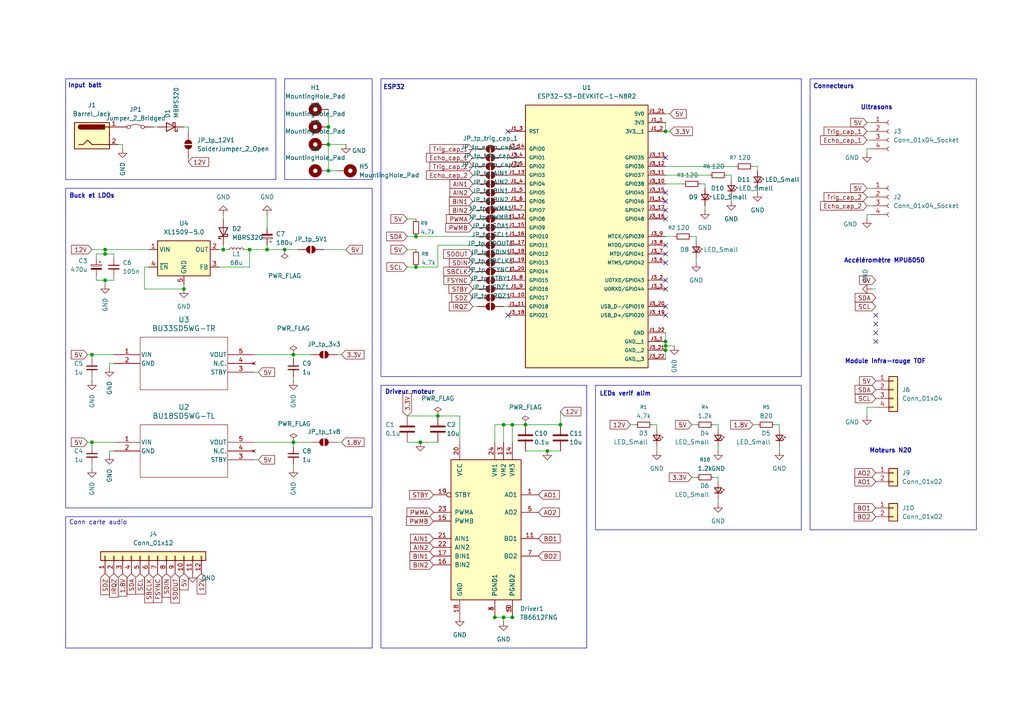
<source format=kicad_sch>
(kicad_sch (version 20250114) (generator "eeschema") (generator_version "9.0")
  (paper "A4")
  (rectangle (start 19.05 22.86) (end 80.01 52.07))
  (rectangle (start 19.05 54.61) (end 107.95 147.32))
  (rectangle (start 110.49 22.86) (end 232.41 109.22))
  (rectangle (start 19.05 149.86) (end 107.95 187.96))
  (rectangle (start 110.49 111.76) (end 170.18 187.96))
  (rectangle (start 82.55 22.86) (end 107.95 52.07))
  (rectangle (start 234.95 22.86) (end 283.21 153.67))
  (rectangle (start 172.72 111.76) (end 232.41 153.67))
  (text "Buck et LDOs" (at 26.67 56.896 0) (effects (font (size 1.27 1.27) (thickness 0.254) (bold yes))))
  (text "LEDs verif alim" (at 181.356 114.3 0) (effects (font (size 1.27 1.27) (thickness 0.254) (bold yes))))
  (text "Input batt" (at 24.638 24.892 0) (effects (font (size 1.27 1.27) (thickness 0.254) (bold yes))))
  (text "Accéléromètre MPU6050" (at 256.54 75.692 0) (effects (font (size 1.27 1.27) (thickness 0.254) (bold yes))))
  (text "Moteurs N20\n\n" (at 258.318 131.826 0) (effects (font (size 1.27 1.27) (thickness 0.254) (bold yes))))
  (text "Module infra-rouge TOF\n\n" (at 256.794 105.918 0) (effects (font (size 1.27 1.27) (thickness 0.254) (bold yes))))
  (text "Ultrasons" (at 254.254 31.242 0) (effects (font (size 1.27 1.27) (thickness 0.254) (bold yes))))
  (text "ESP32" (at 114.3 25.4 0) (effects (font (size 1.27 1.27) (thickness 0.254) (bold yes))))
  (text "Connecteurs" (at 241.808 25.146 0) (effects (font (size 1.27 1.27) (thickness 0.254) (bold yes))))
  (text "Conn carte audio" (at 28.448 151.638 0) (effects (font (size 1.27 1.27))))
  (text "Driveur moteur" (at 118.872 113.792 0) (effects (font (size 1.27 1.27) (thickness 0.254) (bold yes))))
  (junction (at 64.77 72.39))
  (junction (at 26.67 102.87))
  (junction (at 53.34 83.82))
  (junction (at 95.25 41.91))
  (junction (at 77.47 72.39))
  (junction (at 193.04 38.1))
  (junction (at 146.05 123.19))
  (junction (at 120.65 77.47))
  (junction (at 30.48 72.39))
  (junction (at 121.92 128.27))
  (junction (at 193.04 99.06))
  (junction (at 95.25 36.83))
  (junction (at 158.75 130.81))
  (junction (at 152.4 123.19))
  (junction (at 120.65 68.58))
  (junction (at 72.39 72.39))
  (junction (at 85.09 102.87))
  (junction (at 95.25 49.53))
  (junction (at 82.55 72.39))
  (junction (at 193.04 100.33))
  (junction (at 85.09 128.27))
  (junction (at 143.51 179.07))
  (junction (at 193.04 101.6))
  (junction (at 26.67 128.27))
  (junction (at 148.59 179.07))
  (junction (at 30.48 73.66))
  (junction (at 162.56 123.19))
  (junction (at 148.59 123.19))
  (junction (at 30.48 81.28))
  (junction (at 127 120.65))
  (junction (at 146.05 179.07))
  (no_connect (at 193.04 76.2))
  (no_connect (at 193.04 63.5))
  (no_connect (at 193.04 83.82))
  (no_connect (at 193.04 88.9))
  (no_connect (at 147.32 38.1))
  (no_connect (at 193.04 45.72))
  (no_connect (at 193.04 55.88))
  (no_connect (at 193.04 73.66))
  (no_connect (at 193.04 58.42))
  (no_connect (at 254 91.44))
  (no_connect (at 193.04 91.44))
  (no_connect (at 193.04 71.12))
  (no_connect (at 147.32 91.44))
  (no_connect (at 254 99.06))
  (no_connect (at 254 96.52))
  (no_connect (at 254 93.98))
  (no_connect (at 193.04 81.28))
  (no_connect (at 193.04 60.96))
  (wire (pts (xy 193.04 38.1) (xy 194.31 38.1)))
  (wire (pts (xy 218.44 123.19) (xy 219.71 123.19)))
  (wire (pts (xy 85.09 128.27) (xy 85.09 129.54)))
  (wire (pts (xy 143.51 177.8) (xy 143.51 179.07)))
  (wire (pts (xy 97.79 102.87) (xy 99.06 102.87)))
  (wire (pts (xy 133.35 120.65) (xy 133.35 128.27)))
  (wire (pts (xy 204.47 59.69) (xy 204.47 60.96)))
  (wire (pts (xy 71.12 72.39) (xy 72.39 72.39)))
  (wire (pts (xy 146.05 123.19) (xy 146.05 128.27)))
  (wire (pts (xy 212.09 52.07) (xy 212.09 50.8)))
  (wire (pts (xy 251.46 40.64) (xy 252.73 40.64)))
  (wire (pts (xy 93.98 72.39) (xy 100.33 72.39)))
  (wire (pts (xy 137.16 53.34) (xy 138.43 53.34)))
  (wire (pts (xy 30.48 72.39) (xy 30.48 73.66)))
  (wire (pts (xy 208.28 138.43) (xy 207.01 138.43)))
  (wire (pts (xy 251.46 54.61) (xy 252.73 54.61)))
  (wire (pts (xy 152.4 123.19) (xy 162.56 123.19)))
  (wire (pts (xy 73.66 133.35) (xy 74.93 133.35)))
  (wire (pts (xy 193.04 101.6) (xy 193.04 100.33)))
  (wire (pts (xy 137.16 43.18) (xy 138.43 43.18)))
  (wire (pts (xy 77.47 62.23) (xy 77.47 66.04)))
  (wire (pts (xy 146.05 58.42) (xy 147.32 58.42)))
  (wire (pts (xy 72.39 72.39) (xy 72.39 77.47)))
  (wire (pts (xy 31.75 132.08) (xy 31.75 130.81)))
  (wire (pts (xy 118.11 120.65) (xy 127 120.65)))
  (wire (pts (xy 146.05 88.9) (xy 147.32 88.9)))
  (wire (pts (xy 35.56 43.18) (xy 35.56 41.91)))
  (wire (pts (xy 162.56 119.38) (xy 162.56 123.19)))
  (wire (pts (xy 146.05 55.88) (xy 147.32 55.88)))
  (wire (pts (xy 143.51 123.19) (xy 143.51 128.27)))
  (wire (pts (xy 33.02 80.01) (xy 33.02 81.28)))
  (wire (pts (xy 251.46 59.69) (xy 252.73 59.69)))
  (wire (pts (xy 118.11 63.5) (xy 120.65 63.5)))
  (wire (pts (xy 219.71 48.26) (xy 218.44 48.26)))
  (wire (pts (xy 64.77 72.39) (xy 66.04 72.39)))
  (wire (pts (xy 143.51 123.19) (xy 146.05 123.19)))
  (wire (pts (xy 30.48 73.66) (xy 33.02 73.66)))
  (wire (pts (xy 127 77.47) (xy 127 71.12)))
  (wire (pts (xy 64.77 62.23) (xy 64.77 63.5)))
  (wire (pts (xy 54.61 36.83) (xy 54.61 38.1)))
  (wire (pts (xy 208.28 124.46) (xy 208.28 123.19)))
  (wire (pts (xy 146.05 45.72) (xy 147.32 45.72)))
  (wire (pts (xy 118.11 72.39) (xy 120.65 72.39)))
  (wire (pts (xy 204.47 53.34) (xy 203.2 53.34)))
  (wire (pts (xy 53.34 82.55) (xy 53.34 83.82)))
  (wire (pts (xy 193.04 100.33) (xy 195.58 100.33)))
  (wire (pts (xy 190.5 123.19) (xy 189.23 123.19)))
  (wire (pts (xy 137.16 50.8) (xy 138.43 50.8)))
  (wire (pts (xy 193.04 50.8) (xy 205.74 50.8)))
  (wire (pts (xy 53.34 36.83) (xy 54.61 36.83)))
  (wire (pts (xy 137.16 48.26) (xy 138.43 48.26)))
  (wire (pts (xy 137.16 73.66) (xy 138.43 73.66)))
  (wire (pts (xy 44.45 36.83) (xy 45.72 36.83)))
  (wire (pts (xy 251.46 62.23) (xy 252.73 62.23)))
  (wire (pts (xy 41.91 77.47) (xy 43.18 77.47)))
  (wire (pts (xy 26.67 134.62) (xy 26.67 135.89)))
  (wire (pts (xy 25.4 102.87) (xy 26.67 102.87)))
  (wire (pts (xy 85.09 109.22) (xy 85.09 110.49)))
  (wire (pts (xy 146.05 83.82) (xy 147.32 83.82)))
  (wire (pts (xy 226.06 124.46) (xy 226.06 123.19)))
  (wire (pts (xy 41.91 83.82) (xy 53.34 83.82)))
  (wire (pts (xy 137.16 81.28) (xy 138.43 81.28)))
  (wire (pts (xy 137.16 63.5) (xy 138.43 63.5)))
  (wire (pts (xy 26.67 128.27) (xy 26.67 129.54)))
  (wire (pts (xy 33.02 128.27) (xy 26.67 128.27)))
  (wire (pts (xy 27.94 73.66) (xy 30.48 73.66)))
  (wire (pts (xy 85.09 102.87) (xy 85.09 104.14)))
  (wire (pts (xy 137.16 78.74) (xy 138.43 78.74)))
  (wire (pts (xy 137.16 86.36) (xy 138.43 86.36)))
  (wire (pts (xy 30.48 81.28) (xy 30.48 82.55)))
  (wire (pts (xy 208.28 129.54) (xy 208.28 130.81)))
  (wire (pts (xy 95.25 41.91) (xy 95.25 49.53)))
  (wire (pts (xy 31.75 130.81) (xy 33.02 130.81)))
  (wire (pts (xy 208.28 123.19) (xy 207.01 123.19)))
  (wire (pts (xy 219.71 54.61) (xy 219.71 55.88)))
  (wire (pts (xy 85.09 134.62) (xy 85.09 135.89)))
  (wire (pts (xy 200.66 138.43) (xy 201.93 138.43)))
  (wire (pts (xy 146.05 53.34) (xy 147.32 53.34)))
  (wire (pts (xy 193.04 96.52) (xy 193.04 99.06)))
  (wire (pts (xy 146.05 68.58) (xy 147.32 68.58)))
  (wire (pts (xy 127 71.12) (xy 138.43 71.12)))
  (wire (pts (xy 193.04 48.26) (xy 213.36 48.26)))
  (wire (pts (xy 43.18 72.39) (xy 30.48 72.39)))
  (wire (pts (xy 26.67 72.39) (xy 30.48 72.39)))
  (wire (pts (xy 63.5 72.39) (xy 64.77 72.39)))
  (wire (pts (xy 200.66 123.19) (xy 201.93 123.19)))
  (wire (pts (xy 148.59 177.8) (xy 148.59 179.07)))
  (wire (pts (xy 201.93 68.58) (xy 200.66 68.58)))
  (wire (pts (xy 54.61 45.72) (xy 54.61 46.99)))
  (wire (pts (xy 137.16 76.2) (xy 138.43 76.2)))
  (wire (pts (xy 251.46 120.65) (xy 251.46 118.11)))
  (wire (pts (xy 219.71 49.53) (xy 219.71 48.26)))
  (wire (pts (xy 146.05 76.2) (xy 147.32 76.2)))
  (wire (pts (xy 97.79 128.27) (xy 99.06 128.27)))
  (wire (pts (xy 152.4 130.81) (xy 158.75 130.81)))
  (wire (pts (xy 146.05 86.36) (xy 147.32 86.36)))
  (wire (pts (xy 77.47 72.39) (xy 82.55 72.39)))
  (wire (pts (xy 193.04 35.56) (xy 193.04 38.1)))
  (wire (pts (xy 146.05 123.19) (xy 148.59 123.19)))
  (wire (pts (xy 190.5 129.54) (xy 190.5 130.81)))
  (wire (pts (xy 137.16 58.42) (xy 138.43 58.42)))
  (wire (pts (xy 26.67 109.22) (xy 26.67 110.49)))
  (wire (pts (xy 137.16 60.96) (xy 138.43 60.96)))
  (wire (pts (xy 73.66 107.95) (xy 74.93 107.95)))
  (wire (pts (xy 251.46 63.5) (xy 251.46 62.23)))
  (wire (pts (xy 204.47 54.61) (xy 204.47 53.34)))
  (wire (pts (xy 77.47 72.39) (xy 72.39 72.39)))
  (wire (pts (xy 193.04 53.34) (xy 198.12 53.34)))
  (wire (pts (xy 251.46 118.11) (xy 254 118.11)))
  (wire (pts (xy 212.09 57.15) (xy 212.09 58.42)))
  (wire (pts (xy 208.28 139.7) (xy 208.28 138.43)))
  (wire (pts (xy 146.05 81.28) (xy 147.32 81.28)))
  (wire (pts (xy 118.11 68.58) (xy 120.65 68.58)))
  (wire (pts (xy 95.25 49.53) (xy 97.79 49.53)))
  (wire (pts (xy 193.04 101.6) (xy 193.04 104.14)))
  (wire (pts (xy 193.04 68.58) (xy 195.58 68.58)))
  (wire (pts (xy 64.77 71.12) (xy 64.77 72.39)))
  (wire (pts (xy 85.09 128.27) (xy 90.17 128.27)))
  (wire (pts (xy 212.09 50.8) (xy 210.82 50.8)))
  (wire (pts (xy 25.4 128.27) (xy 26.67 128.27)))
  (wire (pts (xy 33.02 73.66) (xy 33.02 74.93)))
  (wire (pts (xy 120.65 68.58) (xy 138.43 68.58)))
  (wire (pts (xy 137.16 88.9) (xy 138.43 88.9)))
  (wire (pts (xy 251.46 57.15) (xy 252.73 57.15)))
  (wire (pts (xy 190.5 124.46) (xy 190.5 123.19)))
  (wire (pts (xy 146.05 78.74) (xy 147.32 78.74)))
  (wire (pts (xy 146.05 71.12) (xy 147.32 71.12)))
  (wire (pts (xy 146.05 50.8) (xy 147.32 50.8)))
  (wire (pts (xy 120.65 77.47) (xy 127 77.47)))
  (wire (pts (xy 137.16 66.04) (xy 138.43 66.04)))
  (wire (pts (xy 146.05 48.26) (xy 147.32 48.26)))
  (wire (pts (xy 143.51 179.07) (xy 146.05 179.07)))
  (wire (pts (xy 148.59 123.19) (xy 152.4 123.19)))
  (wire (pts (xy 133.35 120.65) (xy 127 120.65)))
  (wire (pts (xy 85.09 102.87) (xy 90.17 102.87)))
  (wire (pts (xy 27.94 74.93) (xy 27.94 73.66)))
  (wire (pts (xy 31.75 106.68) (xy 31.75 105.41)))
  (wire (pts (xy 251.46 44.45) (xy 251.46 43.18)))
  (wire (pts (xy 30.48 81.28) (xy 33.02 81.28)))
  (wire (pts (xy 226.06 129.54) (xy 226.06 130.81)))
  (wire (pts (xy 31.75 105.41) (xy 33.02 105.41)))
  (wire (pts (xy 148.59 123.19) (xy 148.59 128.27)))
  (wire (pts (xy 208.28 144.78) (xy 208.28 146.05)))
  (wire (pts (xy 33.02 102.87) (xy 26.67 102.87)))
  (wire (pts (xy 251.46 38.1) (xy 252.73 38.1)))
  (wire (pts (xy 251.46 43.18) (xy 252.73 43.18)))
  (wire (pts (xy 35.56 41.91) (xy 34.29 41.91)))
  (wire (pts (xy 146.05 43.18) (xy 147.32 43.18)))
  (wire (pts (xy 95.25 31.75) (xy 95.25 36.83)))
  (wire (pts (xy 146.05 60.96) (xy 147.32 60.96)))
  (wire (pts (xy 182.88 123.19) (xy 184.15 123.19)))
  (wire (pts (xy 226.06 123.19) (xy 224.79 123.19)))
  (wire (pts (xy 201.93 69.85) (xy 201.93 68.58)))
  (wire (pts (xy 137.16 45.72) (xy 138.43 45.72)))
  (wire (pts (xy 146.05 179.07) (xy 148.59 179.07)))
  (wire (pts (xy 73.66 128.27) (xy 85.09 128.27)))
  (wire (pts (xy 26.67 102.87) (xy 26.67 104.14)))
  (wire (pts (xy 82.55 72.39) (xy 86.36 72.39)))
  (wire (pts (xy 118.11 77.47) (xy 120.65 77.47)))
  (wire (pts (xy 146.05 73.66) (xy 147.32 73.66)))
  (wire (pts (xy 95.25 36.83) (xy 95.25 41.91)))
  (wire (pts (xy 137.16 55.88) (xy 138.43 55.88)))
  (wire (pts (xy 201.93 74.93) (xy 201.93 76.2)))
  (wire (pts (xy 118.11 128.27) (xy 121.92 128.27)))
  (wire (pts (xy 77.47 71.12) (xy 77.47 72.39)))
  (wire (pts (xy 158.75 130.81) (xy 162.56 130.81)))
  (wire (pts (xy 27.94 80.01) (xy 27.94 81.28)))
  (wire (pts (xy 73.66 102.87) (xy 85.09 102.87)))
  (wire (pts (xy 251.46 35.56) (xy 252.73 35.56)))
  (wire (pts (xy 95.25 41.91) (xy 100.33 41.91)))
  (wire (pts (xy 27.94 81.28) (xy 30.48 81.28)))
  (wire (pts (xy 146.05 63.5) (xy 147.32 63.5)))
  (wire (pts (xy 193.04 100.33) (xy 193.04 99.06)))
  (wire (pts (xy 193.04 33.02) (xy 194.31 33.02)))
  (wire (pts (xy 63.5 77.47) (xy 72.39 77.47)))
  (wire (pts (xy 121.92 128.27) (xy 127 128.27)))
  (wire (pts (xy 137.16 83.82) (xy 138.43 83.82)))
  (wire (pts (xy 41.91 77.47) (xy 41.91 83.82)))
  (wire (pts (xy 146.05 66.04) (xy 147.32 66.04)))
  (wire (pts (xy 252.73 83.82) (xy 254 83.82)))
  (wire (pts (xy 146.05 180.34) (xy 146.05 179.07)))
  (global_label "AIN1" (shape input) (at 137.16 53.34 180) (effects (font (thickness 0.1588))) (property "Intersheetrefs" "${INTERSHEET_REFS}" (effects (hide yes))))
  (global_label "Echo_cap_2" (shape input) (at 137.16 50.8 180) (property "Intersheetrefs" "${INTERSHEET_REFS}" (effects (hide yes))))
  (global_label "Trig_cap_2" (shape input) (at 251.46 57.15 180) (property "Intersheetrefs" "${INTERSHEET_REFS}" (effects (hide yes))))
  (global_label "SDA" (shape input) (at 118.11 68.58 180) (property "Intersheetrefs" "${INTERSHEET_REFS}" (effects (hide yes))))
  (global_label "PWMA" (shape input) (at 125.73 148.59 180) (effects (font (thickness 0.1588))) (property "Intersheetrefs" "${INTERSHEET_REFS}" (effects (hide yes))))
  (global_label "5V" (shape input) (at 200.66 123.19 180) (property "Intersheetrefs" "${INTERSHEET_REFS}" (effects (hide yes))))
  (global_label "FSYNC" (shape input) (at 45.72 166.37 270) (property "Intersheetrefs" "${INTERSHEET_REFS}" (effects (hide yes))))
  (global_label "FSYNC" (shape input) (at 137.16 81.28 180) (property "Intersheetrefs" "${INTERSHEET_REFS}" (effects (hide yes))))
  (global_label "12V" (shape input) (at 54.61 46.99 0) (property "Intersheetrefs" "${INTERSHEET_REFS}" (effects (hide yes))))
  (global_label "SBCLK" (shape input) (at 137.16 78.74 180) (property "Intersheetrefs" "${INTERSHEET_REFS}" (effects (hide yes))))
  (global_label "AO2" (shape input) (at 254 137.16 180) (effects (font (thickness 0.1588))) (property "Intersheetrefs" "${INTERSHEET_REFS}" (effects (hide yes))))
  (global_label "5V" (shape input) (at 194.31 33.02 0) (property "Intersheetrefs" "${INTERSHEET_REFS}" (effects (hide yes))))
  (global_label "SCL" (shape input) (at 254 88.9 180) (property "Intersheetrefs" "${INTERSHEET_REFS}" (effects (hide yes))))
  (global_label "SCL" (shape input) (at 118.11 77.47 180) (property "Intersheetrefs" "${INTERSHEET_REFS}" (effects (hide yes))))
  (global_label "AIN2" (shape input) (at 125.73 158.75 180) (effects (font (thickness 0.1588))) (property "Intersheetrefs" "${INTERSHEET_REFS}" (effects (hide yes))))
  (global_label "BO2" (shape input) (at 254 149.86 180) (effects (font (thickness 0.1588))) (property "Intersheetrefs" "${INTERSHEET_REFS}" (effects (hide yes))))
  (global_label "1.8V" (shape input) (at 35.56 166.37 270) (property "Intersheetrefs" "${INTERSHEET_REFS}" (effects (hide yes))))
  (global_label "STBY" (shape input) (at 125.73 143.51 180) (effects (font (thickness 0.1588))) (property "Intersheetrefs" "${INTERSHEET_REFS}" (effects (hide yes))))
  (global_label "PWMB" (shape input) (at 137.16 66.04 180) (effects (font (thickness 0.1588))) (property "Intersheetrefs" "${INTERSHEET_REFS}" (effects (hide yes))))
  (global_label "AIN1" (shape input) (at 125.73 156.21 180) (effects (font (thickness 0.1588))) (property "Intersheetrefs" "${INTERSHEET_REFS}" (effects (hide yes))))
  (global_label "5V" (shape input) (at 74.93 133.35 0) (property "Intersheetrefs" "${INTERSHEET_REFS}" (effects (hide yes))))
  (global_label "Trig_cap_1" (shape input) (at 137.16 43.18 180) (property "Intersheetrefs" "${INTERSHEET_REFS}" (effects (hide yes))))
  (global_label "SDOUT" (shape input) (at 50.8 166.37 270) (property "Intersheetrefs" "${INTERSHEET_REFS}" (effects (hide yes))))
  (global_label "5V" (shape input) (at 100.33 72.39 0) (property "Intersheetrefs" "${INTERSHEET_REFS}" (effects (hide yes))))
  (global_label "5V" (shape input) (at 25.4 128.27 180) (property "Intersheetrefs" "${INTERSHEET_REFS}" (effects (hide yes))))
  (global_label "AIN2" (shape input) (at 137.16 55.88 180) (effects (font (thickness 0.1588))) (property "Intersheetrefs" "${INTERSHEET_REFS}" (effects (hide yes))))
  (global_label "12V" (shape input) (at 26.67 72.39 180) (property "Intersheetrefs" "${INTERSHEET_REFS}" (effects (hide yes))))
  (global_label "BIN2" (shape input) (at 125.73 163.83 180) (effects (font (thickness 0.1588))) (property "Intersheetrefs" "${INTERSHEET_REFS}" (effects (hide yes))))
  (global_label "SDIN" (shape input) (at 48.26 166.37 270) (property "Intersheetrefs" "${INTERSHEET_REFS}" (effects (hide yes))))
  (global_label "SDA" (shape input) (at 254 113.03 180) (property "Intersheetrefs" "${INTERSHEET_REFS}" (effects (hide yes))))
  (global_label "5V" (shape input) (at 254 81.28 180) (property "Intersheetrefs" "${INTERSHEET_REFS}" (effects (hide yes))))
  (global_label "5V" (shape input) (at 74.93 107.95 0) (property "Intersheetrefs" "${INTERSHEET_REFS}" (effects (hide yes))))
  (global_label "BIN1" (shape input) (at 137.16 58.42 180) (effects (font (thickness 0.1588))) (property "Intersheetrefs" "${INTERSHEET_REFS}" (effects (hide yes))))
  (global_label "SDA" (shape input) (at 38.1 166.37 270) (property "Intersheetrefs" "${INTERSHEET_REFS}" (effects (hide yes))))
  (global_label "BIN2" (shape input) (at 137.16 60.96 180) (effects (font (thickness 0.1588))) (property "Intersheetrefs" "${INTERSHEET_REFS}" (effects (hide yes))))
  (global_label "5V" (shape input) (at 118.11 63.5 180) (property "Intersheetrefs" "${INTERSHEET_REFS}" (effects (hide yes))))
  (global_label "AO2" (shape input) (at 156.21 148.59 0) (effects (font (thickness 0.1588))) (property "Intersheetrefs" "${INTERSHEET_REFS}" (effects (hide yes))))
  (global_label "STBY" (shape input) (at 137.16 83.82 180) (effects (font (thickness 0.1588))) (property "Intersheetrefs" "${INTERSHEET_REFS}" (effects (hide yes))))
  (global_label "SDZ" (shape input) (at 137.16 86.36 180) (property "Intersheetrefs" "${INTERSHEET_REFS}" (effects (hide yes))))
  (global_label "AO1" (shape input) (at 156.21 143.51 0) (effects (font (thickness 0.1588))) (property "Intersheetrefs" "${INTERSHEET_REFS}" (effects (hide yes))))
  (global_label "BO2" (shape input) (at 156.21 161.29 0) (effects (font (thickness 0.1588))) (property "Intersheetrefs" "${INTERSHEET_REFS}" (effects (hide yes))))
  (global_label "SDOUT" (shape input) (at 137.16 73.66 180) (property "Intersheetrefs" "${INTERSHEET_REFS}" (effects (hide yes))))
  (global_label "BO1" (shape input) (at 254 147.32 180) (effects (font (thickness 0.1588))) (property "Intersheetrefs" "${INTERSHEET_REFS}" (effects (hide yes))))
  (global_label "1.8V" (shape input) (at 99.06 128.27 0) (property "Intersheetrefs" "${INTERSHEET_REFS}" (effects (hide yes))))
  (global_label "3.3V" (shape input) (at 194.31 38.1 0) (property "Intersheetrefs" "${INTERSHEET_REFS}" (effects (hide yes))))
  (global_label "1.8V" (shape input) (at 218.44 123.19 180) (property "Intersheetrefs" "${INTERSHEET_REFS}" (effects (hide yes))))
  (global_label "BO1" (shape input) (at 156.21 156.21 0) (effects (font (thickness 0.1588))) (property "Intersheetrefs" "${INTERSHEET_REFS}" (effects (hide yes))))
  (global_label "SCL" (shape input) (at 40.64 166.37 270) (property "Intersheetrefs" "${INTERSHEET_REFS}" (effects (hide yes))))
  (global_label "3.3V" (shape input) (at 200.66 138.43 180) (property "Intersheetrefs" "${INTERSHEET_REFS}" (effects (hide yes))))
  (global_label "PWMB" (shape input) (at 125.73 151.13 180) (effects (font (thickness 0.1588))) (property "Intersheetrefs" "${INTERSHEET_REFS}" (effects (hide yes))))
  (global_label "12V" (shape input) (at 58.42 166.37 270) (property "Intersheetrefs" "${INTERSHEET_REFS}" (effects (hide yes))))
  (global_label "Echo_cap_1" (shape input) (at 251.46 40.64 180) (property "Intersheetrefs" "${INTERSHEET_REFS}" (effects (hide yes))))
  (global_label "12V" (shape input) (at 182.88 123.19 180) (property "Intersheetrefs" "${INTERSHEET_REFS}" (effects (hide yes))))
  (global_label "IRQZ" (shape input) (at 137.16 88.9 180) (property "Intersheetrefs" "${INTERSHEET_REFS}" (effects (hide yes))))
  (global_label "SCL" (shape input) (at 254 115.57 180) (property "Intersheetrefs" "${INTERSHEET_REFS}" (effects (hide yes))))
  (global_label "Echo_cap_2" (shape input) (at 251.46 59.69 180) (property "Intersheetrefs" "${INTERSHEET_REFS}" (effects (hide yes))))
  (global_label "5V" (shape input) (at 251.46 54.61 180) (property "Intersheetrefs" "${INTERSHEET_REFS}" (effects (hide yes))))
  (global_label "Trig_cap_1" (shape input) (at 251.46 38.1 180) (property "Intersheetrefs" "${INTERSHEET_REFS}" (effects (hide yes))))
  (global_label "BIN1" (shape input) (at 125.73 161.29 180) (effects (font (thickness 0.1588))) (property "Intersheetrefs" "${INTERSHEET_REFS}" (effects (hide yes))))
  (global_label "SBCLK" (shape input) (at 43.18 166.37 270) (property "Intersheetrefs" "${INTERSHEET_REFS}" (effects (hide yes))))
  (global_label "5V" (shape input) (at 53.34 166.37 270) (property "Intersheetrefs" "${INTERSHEET_REFS}" (effects (hide yes))))
  (global_label "5V" (shape input) (at 25.4 102.87 180) (property "Intersheetrefs" "${INTERSHEET_REFS}" (effects (hide yes))))
  (global_label "SDA" (shape input) (at 254 86.36 180) (property "Intersheetrefs" "${INTERSHEET_REFS}" (effects (hide yes))))
  (global_label "5V" (shape input) (at 251.46 35.56 180) (property "Intersheetrefs" "${INTERSHEET_REFS}" (effects (hide yes))))
  (global_label "PWMA" (shape input) (at 137.16 63.5 180) (effects (font (thickness 0.1588))) (property "Intersheetrefs" "${INTERSHEET_REFS}" (effects (hide yes))))
  (global_label "12V" (shape input) (at 162.56 119.38 0) (property "Intersheetrefs" "${INTERSHEET_REFS}" (effects (hide yes))))
  (global_label "5V" (shape input) (at 118.11 72.39 180) (property "Intersheetrefs" "${INTERSHEET_REFS}" (effects (hide yes))))
  (global_label "3.3V" (shape input) (at 118.11 120.65 90) (property "Intersheetrefs" "${INTERSHEET_REFS}" (effects (hide yes))))
  (global_label "AO1" (shape input) (at 254 139.7 180) (effects (font (thickness 0.1588))) (property "Intersheetrefs" "${INTERSHEET_REFS}" (effects (hide yes))))
  (global_label "Trig_cap_2" (shape input) (at 137.16 48.26 180) (property "Intersheetrefs" "${INTERSHEET_REFS}" (effects (hide yes))))
  (global_label "5V" (shape input) (at 254 110.49 180) (property "Intersheetrefs" "${INTERSHEET_REFS}" (effects (hide yes))))
  (global_label "SDZ" (shape input) (at 30.48 166.37 270) (property "Intersheetrefs" "${INTERSHEET_REFS}" (effects (hide yes))))
  (global_label "3.3V" (shape input) (at 99.06 102.87 0) (property "Intersheetrefs" "${INTERSHEET_REFS}" (effects (hide yes))))
  (global_label "IRQZ" (shape input) (at 33.02 166.37 270) (property "Intersheetrefs" "${INTERSHEET_REFS}" (effects (hide yes))))
  (global_label "Echo_cap_1" (shape input) (at 137.16 45.72 180) (property "Intersheetrefs" "${INTERSHEET_REFS}" (effects (hide yes))))
  (global_label "SDIN" (shape input) (at 137.16 76.2 180) (property "Intersheetrefs" "${INTERSHEET_REFS}" (effects (hide yes))))
  (symbol (lib_id "Device:C") (at 118.11 124.46 0) (unit 1)
    (property "Reference" "C1" (at 111.76 123.19 0) (effects (justify left)))
    (property "Value" "0.1u" (at 111.76 125.73 0) (effects (justify left)))
    (property "Footprint" "Capacitor_SMD:C_0402_1005Metric" (effects (hide yes)))
    (property "Description" "Unpolarized capacitor" (effects (hide yes)))
  )
  (symbol (lib_id "Connector:Barrel_Jack") (at 26.67 39.37 0) (unit 1)
    (property "Reference" "J1" (at 26.67 30.48 0))
    (property "Value" "Barrel_Jack" (at 26.67 33.02 0))
    (property "Footprint" "Connector_BarrelJack:BarrelJack_Wuerth_694108106102_2.5x5.5mm" (effects (hide yes)))
    (property "Description" "DC Barrel Jack" (effects (hide yes)))
  )
  (symbol (lib_id "Device:R_Small") (at 120.65 66.04 0) (unit 1)
    (property "Reference" "R9" (at 121.92 64.77 0) (effects (font (size 1.016 1.016)) (justify left)))
    (property "Value" "4.7k" (at 121.92 67.31 0) (effects (justify left)))
    (property "Footprint" "Resistor_SMD:R_0603_1608Metric_Pad0.98x0.95mm_HandSolder" (effects (hide yes)))
    (property "Description" "Resistor, small symbol" (effects (hide yes)))
  )
  (symbol (lib_id "Device:C") (at 127 124.46 0) (unit 1)
    (property "Reference" "C2" (at 129.54 123.19 0) (effects (justify left)))
    (property "Value" "10u" (at 129.54 125.73 0) (effects (justify left)))
    (property "Footprint" "Capacitor_SMD:C_0805_2012Metric" (effects (hide yes)))
    (property "Description" "Unpolarized capacitor" (effects (hide yes)))
  )
  (symbol (lib_id "power:GND") (at 212.09 58.42 0) (unit 1)
    (property "Reference" "#PWR015" (effects (hide yes)))
    (property "Value" "GND" (at 212.09 63.5 0))
    (property "Description" "Power symbol creates a global label with name \"GND\" , ground" (effects (hide yes)))
  )
  (symbol (lib_id "Mechanical:MountingHole_Pad") (at 92.71 49.53 90) (unit 1) (in_bom no)
    (property "Reference" "H4" (at 91.44 43.18 90))
    (property "Value" "MountingHole_Pad" (at 91.44 45.72 90))
    (property "Footprint" "MountingHole:MountingHole_2.2mm_M2_DIN965_Pad" (effects (hide yes)))
    (property "Description" "Mounting Hole with connection" (effects (hide yes)))
  )
  (symbol (lib_id "Device:LED_Small") (at 208.28 127 270) (mirror x) (unit 1)
    (property "Reference" "D4" (at 205.74 125.6664 90) (effects (justify right)))
    (property "Value" "LED_Small" (at 205.74 128.2064 90) (effects (justify right)))
    (property "Footprint" "LED_SMD:LED_0603_1608Metric_Pad1.05x0.95mm_HandSolder" (effects (hide yes)))
    (property "Description" "Light emitting diode, small symbol" (effects (hide yes)))
    (property "Sim.Pin" "1=K 2=A" (effects (hide yes)))
  )
  (symbol (lib_id "Device:R_Small") (at 186.69 123.19 90) (unit 1)
    (property "Reference" "R1" (at 186.69 118.11 90) (effects (font (size 1.016 1.016))))
    (property "Value" "4,7k" (at 186.69 120.65 90))
    (property "Footprint" "Resistor_SMD:R_0603_1608Metric_Pad0.98x0.95mm_HandSolder" (effects (hide yes)))
    (property "Description" "Resistor, small symbol" (effects (hide yes)))
  )
  (symbol (lib_id "power:GND") (at 55.88 166.37 0) (unit 1)
    (property "Reference" "#PWR022" (effects (hide yes)))
    (property "Value" "GND" (at 58.42 167.6399 0) (effects (justify left)))
    (property "Description" "Power symbol creates a global label with name \"GND\" , ground" (effects (hide yes)))
  )
  (symbol (lib_id "Jumper:SolderJumper_2_Open") (at 93.98 128.27 0) (unit 1) (in_bom no)
    (property "Reference" "JP_tp_1v8" (at 93.98 125.222 0))
    (property "Value" "SolderJumper_2_Open" (effects (hide yes)))
    (property "Footprint" "Jumper:SolderJumper-2_P1.3mm_Open_TrianglePad1.0x1.5mm" (effects (hide yes)))
    (property "Description" "Solder Jumper, 2-pole, open" (effects (hide yes)))
  )
  (symbol (lib_id "Jumper:SolderJumper_2_Open") (at 142.24 86.36 0) (unit 1) (in_bom no)
    (property "Reference" "JP_tp_SDZ1" (at 142.24 83.312 0))
    (property "Value" "SolderJumper_2_Open" (effects (hide yes)))
    (property "Footprint" "Jumper:SolderJumper-2_P1.3mm_Open_TrianglePad1.0x1.5mm" (effects (hide yes)))
    (property "Description" "Solder Jumper, 2-pole, open" (effects (hide yes)))
  )
  (symbol (lib_id "power:GND") (at 251.46 44.45 0) (unit 1)
    (property "Reference" "#PWR036" (effects (hide yes)))
    (property "Value" "GND" (at 249.174 45.72 0) (effects (justify right)))
    (property "Description" "Power symbol creates a global label with name \"GND\" , ground" (effects (hide yes)))
  )
  (symbol (lib_id "power:GND") (at 26.67 135.89 0) (unit 1)
    (property "Reference" "#PWR017" (effects (hide yes)))
    (property "Value" "GND" (at 26.6701 139.7 90) (effects (justify right)))
    (property "Description" "Power symbol creates a global label with name \"GND\" , ground" (effects (hide yes)))
  )
  (symbol (lib_id "power:GND") (at 195.58 100.33 0) (unit 1)
    (property "Reference" "#PWR07" (effects (hide yes)))
    (property "Value" "GND" (at 195.5801 104.14 90) (effects (justify right)))
    (property "Description" "Power symbol creates a global label with name \"GND\" , ground" (effects (hide yes)))
  )
  (symbol (lib_id "power:GND") (at 31.75 132.08 0) (unit 1)
    (property "Reference" "#PWR020" (effects (hide yes)))
    (property "Value" "GND" (at 31.7501 135.89 90) (effects (justify right)))
    (property "Description" "Power symbol creates a global label with name \"GND\" , ground" (effects (hide yes)))
  )
  (symbol (lib_id "Device:R_Small") (at 215.9 48.26 90) (unit 1)
    (property "Reference" "R7" (at 212.598 45.72 90) (effects (font (size 1.016 1.016))))
    (property "Value" "120" (at 215.9 45.72 90))
    (property "Footprint" "Resistor_SMD:R_0603_1608Metric_Pad0.98x0.95mm_HandSolder" (effects (hide yes)))
    (property "Description" "Resistor, small symbol" (effects (hide yes)))
  )
  (symbol (lib_id "power:GND") (at 158.75 130.81 0) (unit 1)
    (property "Reference" "#PWR034" (effects (hide yes)))
    (property "Value" "GND" (effects (hide yes)))
    (property "Description" "Power symbol creates a global label with name \"GND\" , ground" (effects (hide yes)))
  )
  (symbol (lib_id "power:GND") (at 64.77 62.23 180) (unit 1)
    (property "Reference" "#PWR010" (effects (hide yes)))
    (property "Value" "GND" (at 64.77 57.15 0))
    (property "Description" "Power symbol creates a global label with name \"GND\" , ground" (effects (hide yes)))
  )
  (symbol (lib_id "2025-09-19_12-39-26:BU33SD5WG-TR") (at 33.02 102.87 0) (unit 1)
    (property "Reference" "U3" (at 53.34 92.71 0) (effects (font (size 1.524 1.524))))
    (property "Value" "BU33SD5WG-TR" (at 53.34 95.25 0) (effects (font (size 1.524 1.524))))
    (property "Footprint" "footprints:SSOP5_ROM-L" (effects (hide yes)))
    (property "Datasheet" "BU33SD5WG-TR" (effects (hide yes)))
  )
  (symbol (lib_id "Device:C_Small") (at 26.67 132.08 0) (mirror y) (unit 1)
    (property "Reference" "C4" (at 24.13 130.8162 0) (effects (justify left)))
    (property "Value" "1u" (at 24.13 133.3562 0) (effects (justify left)))
    (property "Footprint" "Capacitor_SMD:C_0603_1608Metric_Pad1.08x0.95mm_HandSolder" (effects (hide yes)))
    (property "Description" "Unpolarized capacitor, small symbol" (effects (hide yes)))
  )
  (symbol (lib_id "Device:C") (at 152.4 127 0) (unit 1)
    (property "Reference" "C10" (at 154.94 125.73 0) (effects (justify left)))
    (property "Value" "0.1u" (at 154.94 128.27 0) (effects (justify left)))
    (property "Footprint" "Capacitor_SMD:C_0402_1005Metric" (effects (hide yes)))
    (property "Description" "Unpolarized capacitor" (effects (hide yes)))
  )
  (symbol (lib_id "power:GND") (at 226.06 130.81 0) (unit 1)
    (property "Reference" "#PWR019" (effects (hide yes)))
    (property "Value" "GND" (at 226.06 135.89 0))
    (property "Description" "Power symbol creates a global label with name \"GND\" , ground" (effects (hide yes)))
  )
  (symbol (lib_id "Device:C_Small") (at 85.09 106.68 0) (unit 1)
    (property "Reference" "C9" (at 87.63 105.4162 0) (effects (justify left)))
    (property "Value" "1u" (at 87.63 107.9562 0) (effects (justify left)))
    (property "Footprint" "Capacitor_SMD:C_0603_1608Metric_Pad1.08x0.95mm_HandSolder" (effects (hide yes)))
    (property "Description" "Unpolarized capacitor, small symbol" (effects (hide yes)))
  )
  (symbol (lib_id "Jumper:SolderJumper_2_Open") (at 90.17 72.39 0) (unit 1) (in_bom no)
    (property "Reference" "JP_tp_5V1" (at 90.17 69.342 0))
    (property "Value" "SolderJumper_2_Open" (effects (hide yes)))
    (property "Footprint" "Jumper:SolderJumper-2_P1.3mm_Open_TrianglePad1.0x1.5mm" (effects (hide yes)))
    (property "Description" "Solder Jumper, 2-pole, open" (effects (hide yes)))
  )
  (symbol (lib_id "power:GND") (at 251.46 120.65 0) (unit 1)
    (property "Reference" "#PWR023" (effects (hide yes)))
    (property "Value" "GND" (at 247.142 122.428 0))
    (property "Description" "Power symbol creates a global label with name \"GND\" , ground" (effects (hide yes)))
  )
  (symbol (lib_name "ESP32-S3-DEVKITC-1-N8R2_1") (lib_id "ESP32-S3-DEVKITC-1-N8R2:ESP32-S3-DEVKITC-1-N8R2") (at 170.18 63.5 0) (unit 1)
    (property "Reference" "U1" (at 170.18 25.4 0))
    (property "Value" "ESP32-S3-DEVKITC-1-N8R2" (at 170.18 27.94 0))
    (property "Footprint" "footprints:XCVR_ESP32-S3-DEVKITC-1-N8R2" (effects (hide yes)))
    (property "PARTREV" "V1" (effects (hide yes)))
    (property "STANDARD" "Manufacturer Recommendations" (effects (hide yes)))
    (property "MANUFACTURER" "Espressif" (effects (hide yes)))
  )
  (symbol (lib_id "Regulator_Switching:XL1509-5.0") (at 53.34 74.93 0) (unit 1)
    (property "Reference" "U4" (at 53.34 64.77 0))
    (property "Value" "XL1509-5.0" (at 53.34 67.31 0))
    (property "Footprint" "Package_SO:SOIC-8_3.9x4.9mm_P1.27mm" (effects (hide yes)))
    (property "Datasheet" "https://datasheet.lcsc.com/lcsc/1809050422_XLSEMI-XL1509-5-0E1_C61063.pdf" (effects (hide yes)))
    (property "Description" "Buck DC/DC Converter, 2A, 5V Output Voltage, 7-40V Input Voltage" (effects (hide yes)))
  )
  (symbol (lib_id "power:GND") (at 204.47 60.96 0) (unit 1)
    (property "Reference" "#PWR012" (effects (hide yes)))
    (property "Value" "GND" (at 204.47 66.04 0))
    (property "Description" "Power symbol creates a global label with name \"GND\" , ground" (effects (hide yes)))
  )
  (symbol (lib_id "Device:LED_Small") (at 201.93 72.39 270) (mirror x) (unit 1)
    (property "Reference" "D8" (at 199.898 72.39 90) (effects (justify right)))
    (property "Value" "LED_Small" (at 214.122 72.39 90) (effects (justify right)))
    (property "Footprint" "LED_SMD:LED_0603_1608Metric_Pad1.05x0.95mm_HandSolder" (effects (hide yes)))
    (property "Description" "Light emitting diode, small symbol" (effects (hide yes)))
    (property "Sim.Pin" "1=K 2=A" (effects (hide yes)))
  )
  (symbol (lib_id "Device:R_Small") (at 208.28 50.8 90) (unit 1)
    (property "Reference" "R6" (at 204.978 48.26 90) (effects (font (size 1.016 1.016))))
    (property "Value" "120" (at 208.28 48.26 90))
    (property "Footprint" "Resistor_SMD:R_0603_1608Metric_Pad0.98x0.95mm_HandSolder" (effects (hide yes)))
    (property "Description" "Resistor, small symbol" (effects (hide yes)))
  )
  (symbol (lib_id "Driver_Motor:TB6612FNG") (at 140.97 153.67 0) (unit 1)
    (property "Reference" "Driver1" (at 150.7841 176.53 0) (effects (justify left)))
    (property "Value" "TB6612FNG" (at 150.7841 179.07 0) (effects (justify left)))
    (property "Footprint" "Package_SO:SSOP-24_5.3x8.2mm_P0.65mm" (effects (hide yes)))
    (property "Datasheet" "https://toshiba.semicon-storage.com/us/product/linear/motordriver/detail.TB6612FNG.html" (effects (hide yes)))
    (property "Description" "Driver IC for Dual DC motor, SSOP-24" (effects (hide yes)))
  )
  (symbol (lib_id "Device:R_Small") (at 120.65 74.93 0) (unit 1)
    (property "Reference" "R8" (at 122.174 73.66 0) (effects (font (size 1.016 1.016)) (justify left)))
    (property "Value" "4.7k" (at 122.174 76.2 0) (effects (justify left)))
    (property "Footprint" "Resistor_SMD:R_0603_1608Metric_Pad0.98x0.95mm_HandSolder" (effects (hide yes)))
    (property "Description" "Resistor, small symbol" (effects (hide yes)))
  )
  (symbol (lib_id "power:GND") (at 219.71 55.88 0) (unit 1)
    (property "Reference" "#PWR016" (effects (hide yes)))
    (property "Value" "GND" (at 219.71 60.96 0))
    (property "Description" "Power symbol creates a global label with name \"GND\" , ground" (effects (hide yes)))
  )
  (symbol (lib_id "Device:C_Polarized_Small") (at 27.94 77.47 0) (mirror y) (unit 1)
    (property "Reference" "C3" (at 25.4 75.6538 0) (effects (justify left)))
    (property "Value" "470u" (at 25.4 78.1938 0) (effects (justify left)))
    (property "Footprint" "Capacitor_SMD:C_0603_1608Metric_Pad1.08x0.95mm_HandSolder" (effects (hide yes)))
    (property "Description" "Polarized capacitor, small symbol" (effects (hide yes)))
  )
  (symbol (lib_id "power:GND") (at 53.34 83.82 0) (unit 1)
    (property "Reference" "#PWR09" (effects (hide yes)))
    (property "Value" "GND" (at 53.34 88.9 0))
    (property "Description" "Power symbol creates a global label with name \"GND\" , ground" (effects (hide yes)))
  )
  (symbol (lib_id "2025-09-19_12-33-54:BU18SD5WG-TL") (at 33.02 128.27 0) (unit 1)
    (property "Reference" "U2" (at 53.34 118.11 0) (effects (font (size 1.524 1.524))))
    (property "Value" "BU18SD5WG-TL" (at 53.34 120.65 0) (effects (font (size 1.524 1.524))))
    (property "Footprint" "footprints:SSOP5_ROM-L" (effects (hide yes)))
    (property "Datasheet" "BU18SD5WG-TL" (effects (hide yes)))
  )
  (symbol (lib_id "Jumper:SolderJumper_2_Open") (at 142.24 83.82 0) (unit 1) (in_bom no)
    (property "Reference" "JP_tp_STBY1" (at 142.24 80.772 0))
    (property "Value" "SolderJumper_2_Open" (effects (hide yes)))
    (property "Footprint" "Jumper:SolderJumper-2_P1.3mm_Open_TrianglePad1.0x1.5mm" (effects (hide yes)))
    (property "Description" "Solder Jumper, 2-pole, open" (effects (hide yes)))
  )
  (symbol (lib_id "power:GND") (at 252.73 83.82 270) (unit 1)
    (property "Reference" "#PWR025" (effects (hide yes)))
    (property "Value" "GND" (at 250.952 80.01 0))
    (property "Description" "Power symbol creates a global label with name \"GND\" , ground" (effects (hide yes)))
  )
  (symbol (lib_id "Mechanical:MountingHole_Pad") (at 92.71 41.91 90) (unit 1) (in_bom no)
    (property "Reference" "H3" (at 91.44 35.56 90))
    (property "Value" "MountingHole_Pad" (at 91.44 38.1 90))
    (property "Footprint" "MountingHole:MountingHole_2.5mm_Pad_Via" (effects (hide yes)))
    (property "Description" "Mounting Hole with connection" (effects (hide yes)))
  )
  (symbol (lib_id "power:PWR_FLAG") (at 85.09 128.27 0) (unit 1)
    (property "Reference" "#FLG02" (effects (hide yes)))
    (property "Value" "PWR_FLAG" (at 85.344 122.936 0))
    (property "Description" "Special symbol for telling ERC where power comes from" (effects (hide yes)))
  )
  (symbol (lib_id "Connector_Generic:Conn_01x02") (at 259.08 137.16 0) (unit 1)
    (property "Reference" "J9" (at 261.62 137.1599 0) (effects (justify left)))
    (property "Value" "Conn_01x02" (at 261.62 139.6999 0) (effects (justify left)))
    (property "Footprint" "Connector_JST:JST_XH_B2B-XH-A_1x02_P2.50mm_Vertical" (effects (hide yes)))
    (property "Description" "Generic connector, single row, 01x02, script generated (kicad-library-utils/schlib/autogen/connector/)" (effects (hide yes)))
  )
  (symbol (lib_id "power:PWR_FLAG") (at 127 120.65 0) (unit 1)
    (property "Reference" "#FLG06" (effects (hide yes)))
    (property "Value" "PWR_FLAG" (at 127 115.57 0))
    (property "Description" "Special symbol for telling ERC where power comes from" (effects (hide yes)))
  )
  (symbol (lib_id "Device:LED_Small") (at 219.71 52.07 270) (mirror x) (unit 1)
    (property "Reference" "D11" (at 217.678 52.07 90) (effects (justify right)))
    (property "Value" "LED_Small" (at 231.902 52.07 90) (effects (justify right)))
    (property "Footprint" "LED_SMD:LED_0603_1608Metric_Pad1.05x0.95mm_HandSolder" (effects (hide yes)))
    (property "Description" "Light emitting diode, small symbol" (effects (hide yes)))
    (property "Sim.Pin" "1=K 2=A" (effects (hide yes)))
  )
  (symbol (lib_id "Connector:Conn_01x04_Socket") (at 257.81 38.1 0) (unit 1)
    (property "Reference" "J3" (at 259.08 38.0999 0) (effects (justify left)))
    (property "Value" "Conn_01x04_Socket" (at 259.08 40.6399 0) (effects (justify left)))
    (property "Footprint" "Connector_PinSocket_1.27mm:PinSocket_1x04_P1.27mm_Vertical" (effects (hide yes)))
    (property "Description" "Generic connector, single row, 01x04, script generated" (effects (hide yes)))
  )
  (symbol (lib_id "power:PWR_FLAG") (at 85.09 102.87 0) (unit 1)
    (property "Reference" "#FLG03" (effects (hide yes)))
    (property "Value" "PWR_FLAG" (at 85.09 95.25 0))
    (property "Description" "Special symbol for telling ERC where power comes from" (effects (hide yes)))
  )
  (symbol (lib_id "power:GND") (at 146.05 180.34 0) (unit 1)
    (property "Reference" "#PWR033" (effects (hide yes)))
    (property "Value" "GND" (at 146.05 185.42 0))
    (property "Description" "Power symbol creates a global label with name \"GND\" , ground" (effects (hide yes)))
  )
  (symbol (lib_id "Jumper:SolderJumper_2_Open") (at 93.98 102.87 0) (unit 1) (in_bom no)
    (property "Reference" "JP_tp_3v3" (at 93.98 99.822 0))
    (property "Value" "SolderJumper_2_Open" (effects (hide yes)))
    (property "Footprint" "Jumper:SolderJumper-2_P1.3mm_Open_TrianglePad1.0x1.5mm" (effects (hide yes)))
    (property "Description" "Solder Jumper, 2-pole, open" (effects (hide yes)))
  )
  (symbol (lib_id "Device:C_Small") (at 26.67 106.68 0) (mirror y) (unit 1)
    (property "Reference" "C5" (at 24.13 105.4162 0) (effects (justify left)))
    (property "Value" "1u" (at 24.13 107.9562 0) (effects (justify left)))
    (property "Footprint" "Capacitor_SMD:C_0603_1608Metric_Pad1.08x0.95mm_HandSolder" (effects (hide yes)))
    (property "Description" "Unpolarized capacitor, small symbol" (effects (hide yes)))
  )
  (symbol (lib_id "power:GND") (at 31.75 106.68 0) (unit 1)
    (property "Reference" "#PWR08" (effects (hide yes)))
    (property "Value" "GND" (at 31.7501 110.49 90) (effects (justify right)))
    (property "Description" "Power symbol creates a global label with name \"GND\" , ground" (effects (hide yes)))
  )
  (symbol (lib_id "power:GND") (at 100.33 41.91 0) (unit 1)
    (property "Reference" "#PWR02" (effects (hide yes)))
    (property "Value" "GND" (at 106.172 43.688 0) (effects (justify right)))
    (property "Description" "Power symbol creates a global label with name \"GND\" , ground" (effects (hide yes)))
  )
  (symbol (lib_id "Jumper:SolderJumper_2_Open") (at 142.24 76.2 0) (unit 1) (in_bom no)
    (property "Reference" "JP_tp_SDIN1" (at 142.24 73.152 0))
    (property "Value" "SolderJumper_2_Open" (effects (hide yes)))
    (property "Footprint" "Jumper:SolderJumper-2_P1.3mm_Open_TrianglePad1.0x1.5mm" (effects (hide yes)))
    (property "Description" "Solder Jumper, 2-pole, open" (effects (hide yes)))
  )
  (symbol (lib_id "Mechanical:MountingHole_Pad") (at 92.71 31.75 90) (unit 1) (in_bom no)
    (property "Reference" "H1" (at 91.44 25.4 90))
    (property "Value" "MountingHole_Pad" (at 91.44 27.94 90))
    (property "Footprint" "MountingHole:MountingHole_2.5mm_Pad_Via" (effects (hide yes)))
    (property "Description" "Mounting Hole with connection" (effects (hide yes)))
  )
  (symbol (lib_id "Jumper:SolderJumper_2_Open") (at 142.24 71.12 0) (unit 1) (in_bom no)
    (property "Reference" "JP_tp_SCL1" (at 142.24 68.072 0))
    (property "Value" "SolderJumper_2_Open" (effects (hide yes)))
    (property "Footprint" "Jumper:SolderJumper-2_P1.3mm_Open_TrianglePad1.0x1.5mm" (effects (hide yes)))
    (property "Description" "Solder Jumper, 2-pole, open" (effects (hide yes)))
  )
  (symbol (lib_id "Device:C_Polarized_Small") (at 77.47 68.58 180) (unit 1)
    (property "Reference" "C7" (at 80.01 67.856 0) (effects (justify right)))
    (property "Value" "180u" (at 80.01 70.396 0) (effects (justify right)))
    (property "Footprint" "Capacitor_SMD:C_0603_1608Metric_Pad1.08x0.95mm_HandSolder" (effects (hide yes)))
    (property "Description" "Polarized capacitor, small symbol" (effects (hide yes)))
  )
  (symbol (lib_id "Jumper:Jumper_2_Bridged") (at 39.37 36.83 0) (unit 1)
    (property "Reference" "JP1" (at 39.37 31.75 0))
    (property "Value" "Jumper_2_Bridged" (at 39.37 34.29 0))
    (property "Footprint" "TestPoint:TestPoint_2Pads_Pitch2.54mm_Drill0.8mm" (effects (hide yes)))
    (property "Description" "Jumper, 2-pole, closed/bridged" (effects (hide yes)))
  )
  (symbol (lib_id "Jumper:SolderJumper_2_Open") (at 142.24 88.9 0) (unit 1) (in_bom no)
    (property "Reference" "JP_tp_IRQZ1" (at 142.24 85.852 0))
    (property "Value" "SolderJumper_2_Open" (effects (hide yes)))
    (property "Footprint" "Jumper:SolderJumper-2_P1.3mm_Open_TrianglePad1.0x1.5mm" (effects (hide yes)))
    (property "Description" "Solder Jumper, 2-pole, open" (effects (hide yes)))
  )
  (symbol (lib_id "power:GND") (at 30.48 82.55 0) (unit 1)
    (property "Reference" "#PWR06" (effects (hide yes)))
    (property "Value" "GND" (at 30.4801 86.36 90) (effects (justify right)))
    (property "Description" "Power symbol creates a global label with name \"GND\" , ground" (effects (hide yes)))
  )
  (symbol (lib_id "Diode:1N5820") (at 49.53 36.83 180) (unit 1)
    (property "Reference" "D1" (at 48.5774 34.29 90) (effects (justify right)))
    (property "Value" "MBRS320" (at 51.1174 34.29 90) (effects (justify right)))
    (property "Footprint" "Diode_SMD:D_SMC" (effects (hide yes)))
    (property "Datasheet" "http://www.vishay.com/docs/88526/1n5820.pdf" (effects (hide yes)))
    (property "Description" "20V 3A Schottky Barrier Rectifier Diode, DO-201AD" (effects (hide yes)))
  )
  (symbol (lib_id "power:GND") (at 208.28 146.05 0) (unit 1)
    (property "Reference" "#PWR04" (effects (hide yes)))
    (property "Value" "GND" (at 208.28 151.13 0))
    (property "Description" "Power symbol creates a global label with name \"GND\" , ground" (effects (hide yes)))
  )
  (symbol (lib_id "Jumper:SolderJumper_2_Open") (at 142.24 53.34 0) (unit 1) (in_bom no)
    (property "Reference" "JP_tp_AIN1" (at 142.24 50.292 0))
    (property "Value" "SolderJumper_2_Open" (effects (hide yes)))
    (property "Footprint" "Jumper:SolderJumper-2_P1.3mm_Open_TrianglePad1.0x1.5mm" (effects (hide yes)))
    (property "Description" "Solder Jumper, 2-pole, open" (effects (hide yes)))
  )
  (symbol (lib_id "Jumper:SolderJumper_2_Open") (at 142.24 50.8 0) (unit 1) (in_bom no)
    (property "Reference" "JP_tp_echo_cap_2" (at 142.24 47.752 0))
    (property "Value" "SolderJumper_2_Open" (effects (hide yes)))
    (property "Footprint" "Jumper:SolderJumper-2_P1.3mm_Open_TrianglePad1.0x1.5mm" (effects (hide yes)))
    (property "Description" "Solder Jumper, 2-pole, open" (effects (hide yes)))
  )
  (symbol (lib_id "power:PWR_FLAG") (at 82.55 72.39 180) (unit 1)
    (property "Reference" "#FLG04" (effects (hide yes)))
    (property "Value" "PWR_FLAG" (at 82.55 80.01 0))
    (property "Description" "Special symbol for telling ERC where power comes from" (effects (hide yes)))
  )
  (symbol (lib_id "Jumper:SolderJumper_2_Open") (at 54.61 41.91 270) (unit 1) (in_bom no)
    (property "Reference" "JP_tp_12V1" (at 57.15 40.6399 90) (effects (justify left)))
    (property "Value" "SolderJumper_2_Open" (at 57.15 43.1799 90) (effects (justify left)))
    (property "Footprint" "Jumper:SolderJumper-2_P1.3mm_Open_TrianglePad1.0x1.5mm" (effects (hide yes)))
    (property "Description" "Solder Jumper, 2-pole, open" (effects (hide yes)))
  )
  (symbol (lib_id "Device:R_Small") (at 204.47 138.43 90) (unit 1)
    (property "Reference" "R10" (at 204.47 133.35 90) (effects (font (size 1.016 1.016))))
    (property "Value" "1.2k" (at 204.47 135.89 90))
    (property "Footprint" "Resistor_SMD:R_0603_1608Metric_Pad0.98x0.95mm_HandSolder" (effects (hide yes)))
    (property "Description" "Resistor, small symbol" (effects (hide yes)))
  )
  (symbol (lib_id "power:GND") (at 133.35 179.07 0) (unit 1)
    (property "Reference" "#PWR032" (effects (hide yes)))
    (property "Value" "GND" (at 133.35 184.15 0))
    (property "Description" "Power symbol creates a global label with name \"GND\" , ground" (effects (hide yes)))
  )
  (symbol (lib_id "power:GND") (at 85.09 110.49 0) (unit 1)
    (property "Reference" "#PWR013" (effects (hide yes)))
    (property "Value" "GND" (at 85.0901 114.3 90) (effects (justify right)))
    (property "Description" "Power symbol creates a global label with name \"GND\" , ground" (effects (hide yes)))
  )
  (symbol (lib_id "Connector_Generic:Conn_01x02") (at 259.08 147.32 0) (unit 1)
    (property "Reference" "J10" (at 261.62 147.3199 0) (effects (justify left)))
    (property "Value" "Conn_01x02" (at 261.62 149.8599 0) (effects (justify left)))
    (property "Footprint" "Connector_JST:JST_XH_B2B-XH-A_1x02_P2.50mm_Vertical" (effects (hide yes)))
    (property "Description" "Generic connector, single row, 01x02, script generated (kicad-library-utils/schlib/autogen/connector/)" (effects (hide yes)))
  )
  (symbol (lib_id "Jumper:SolderJumper_2_Open") (at 142.24 43.18 0) (unit 1) (in_bom no)
    (property "Reference" "JP_tp_trig_cap_1" (at 142.24 40.132 0))
    (property "Value" "SolderJumper_2_Open" (effects (hide yes)))
    (property "Footprint" "Jumper:SolderJumper-2_P1.3mm_Open_TrianglePad1.0x1.5mm" (effects (hide yes)))
    (property "Description" "Solder Jumper, 2-pole, open" (effects (hide yes)))
  )
  (symbol (lib_id "Jumper:SolderJumper_2_Open") (at 142.24 78.74 0) (unit 1) (in_bom no)
    (property "Reference" "JP_tp_SBCLK1" (at 142.24 75.692 0))
    (property "Value" "SolderJumper_2_Open" (effects (hide yes)))
    (property "Footprint" "Jumper:SolderJumper-2_P1.3mm_Open_TrianglePad1.0x1.5mm" (effects (hide yes)))
    (property "Description" "Solder Jumper, 2-pole, open" (effects (hide yes)))
  )
  (symbol (lib_id "Jumper:SolderJumper_2_Open") (at 142.24 73.66 0) (unit 1) (in_bom no)
    (property "Reference" "JP_tp_SDOUT1" (at 142.24 70.612 0))
    (property "Value" "SolderJumper_2_Open" (effects (hide yes)))
    (property "Footprint" "Jumper:SolderJumper-2_P1.3mm_Open_TrianglePad1.0x1.5mm" (effects (hide yes)))
    (property "Description" "Solder Jumper, 2-pole, open" (effects (hide yes)))
  )
  (symbol (lib_id "Device:R_Small") (at 198.12 68.58 90) (unit 1)
    (property "Reference" "R2" (at 194.818 66.04 90) (effects (font (size 1.016 1.016))))
    (property "Value" "120" (at 198.12 66.04 90))
    (property "Footprint" "Resistor_SMD:R_0603_1608Metric_Pad0.98x0.95mm_HandSolder" (effects (hide yes)))
    (property "Description" "Resistor, small symbol" (effects (hide yes)))
  )
  (symbol (lib_id "Device:C_Small") (at 33.02 77.47 0) (unit 1)
    (property "Reference" "C6" (at 35.56 76.2062 0) (effects (justify left)))
    (property "Value" "105n" (at 35.56 78.7462 0) (effects (justify left)))
    (property "Footprint" "Capacitor_SMD:C_0603_1608Metric_Pad1.08x0.95mm_HandSolder" (effects (hide yes)))
    (property "Description" "Unpolarized capacitor, small symbol" (effects (hide yes)))
  )
  (symbol (lib_id "Device:R_Small") (at 200.66 53.34 90) (unit 1)
    (property "Reference" "R3" (at 197.358 50.8 90) (effects (font (size 1.016 1.016))))
    (property "Value" "120" (at 200.66 50.8 90))
    (property "Footprint" "Resistor_SMD:R_0603_1608Metric_Pad0.98x0.95mm_HandSolder" (effects (hide yes)))
    (property "Description" "Resistor, small symbol" (effects (hide yes)))
  )
  (symbol (lib_id "Device:L_Small") (at 68.58 72.39 90) (unit 1)
    (property "Reference" "L1" (at 68.58 73.66 90))
    (property "Value" "68u" (at 68.58 76.2 90))
    (property "Footprint" "Inductor_SMD:L_0805_2012Metric_Pad1.05x1.20mm_HandSolder" (effects (hide yes)))
    (property "Description" "Inductor, small symbol" (effects (hide yes)))
  )
  (symbol (lib_id "Jumper:SolderJumper_2_Open") (at 142.24 63.5 0) (unit 1) (in_bom no)
    (property "Reference" "JP_tp_PWMA1" (at 142.24 60.452 0))
    (property "Value" "SolderJumper_2_Open" (effects (hide yes)))
    (property "Footprint" "Jumper:SolderJumper-2_P1.3mm_Open_TrianglePad1.0x1.5mm" (effects (hide yes)))
    (property "Description" "Solder Jumper, 2-pole, open" (effects (hide yes)))
  )
  (symbol (lib_id "Connector_Generic:Conn_01x04") (at 259.08 113.03 0) (unit 1)
    (property "Reference" "J6" (at 261.62 113.0299 0) (effects (justify left)))
    (property "Value" "Conn_01x04" (at 261.62 115.5699 0) (effects (justify left)))
    (property "Footprint" "Connector_PinSocket_1.00mm:PinSocket_1x04_P1.00mm_Vertical" (effects (hide yes)))
    (property "Description" "Generic connector, single row, 01x04, script generated (kicad-library-utils/schlib/autogen/connector/)" (effects (hide yes)))
  )
  (symbol (lib_id "Jumper:SolderJumper_2_Open") (at 142.24 81.28 0) (unit 1) (in_bom no)
    (property "Reference" "JP_tp_FSYNC1" (at 142.24 78.232 0))
    (property "Value" "SolderJumper_2_Open" (effects (hide yes)))
    (property "Footprint" "Jumper:SolderJumper-2_P1.3mm_Open_TrianglePad1.0x1.5mm" (effects (hide yes)))
    (property "Description" "Solder Jumper, 2-pole, open" (effects (hide yes)))
  )
  (symbol (lib_id "Device:R_Small") (at 204.47 123.19 90) (unit 1)
    (property "Reference" "R4" (at 204.47 118.11 90) (effects (font (size 1.016 1.016))))
    (property "Value" "1.2k" (at 204.47 120.65 90))
    (property "Footprint" "Resistor_SMD:R_0603_1608Metric_Pad0.98x0.95mm_HandSolder" (effects (hide yes)))
    (property "Description" "Resistor, small symbol" (effects (hide yes)))
  )
  (symbol (lib_id "power:GND") (at 26.67 110.49 0) (unit 1)
    (property "Reference" "#PWR05" (effects (hide yes)))
    (property "Value" "GND" (at 26.6701 114.3 90) (effects (justify right)))
    (property "Description" "Power symbol creates a global label with name \"GND\" , ground" (effects (hide yes)))
  )
  (symbol (lib_id "Jumper:SolderJumper_2_Open") (at 142.24 68.58 0) (unit 1) (in_bom no)
    (property "Reference" "JP_tp_SDA1" (at 142.24 65.532 0))
    (property "Value" "SolderJumper_2_Open" (effects (hide yes)))
    (property "Footprint" "Jumper:SolderJumper-2_P1.3mm_Open_TrianglePad1.0x1.5mm" (effects (hide yes)))
    (property "Description" "Solder Jumper, 2-pole, open" (effects (hide yes)))
  )
  (symbol (lib_id "Device:LED_Small") (at 212.09 54.61 270) (mirror x) (unit 1)
    (property "Reference" "D10" (at 210.058 54.61 90) (effects (justify right)))
    (property "Value" "LED_Small" (at 224.282 54.61 90) (effects (justify right)))
    (property "Footprint" "LED_SMD:LED_0603_1608Metric_Pad1.05x0.95mm_HandSolder" (effects (hide yes)))
    (property "Description" "Light emitting diode, small symbol" (effects (hide yes)))
    (property "Sim.Pin" "1=K 2=A" (effects (hide yes)))
  )
  (symbol (lib_id "power:GND") (at 190.5 130.81 0) (unit 1)
    (property "Reference" "#PWR014" (effects (hide yes)))
    (property "Value" "GND" (at 190.5 135.89 0))
    (property "Description" "Power symbol creates a global label with name \"GND\" , ground" (effects (hide yes)))
  )
  (symbol (lib_id "Device:LED_Small") (at 226.06 127 270) (mirror x) (unit 1)
    (property "Reference" "D5" (at 223.52 125.6664 90) (effects (justify right)))
    (property "Value" "LED_Small" (at 223.52 128.2064 90) (effects (justify right)))
    (property "Footprint" "LED_SMD:LED_0603_1608Metric_Pad1.05x0.95mm_HandSolder" (effects (hide yes)))
    (property "Description" "Light emitting diode, small symbol" (effects (hide yes)))
    (property "Sim.Pin" "1=K 2=A" (effects (hide yes)))
  )
  (symbol (lib_id "Connector_Generic:Conn_01x12") (at 43.18 161.29 90) (unit 1)
    (property "Reference" "J4" (at 44.45 154.94 90))
    (property "Value" "Conn_01x12" (at 44.45 157.48 90))
    (property "Footprint" "Connector_PinHeader_1.27mm:PinHeader_1x12_P1.27mm_Vertical" (effects (hide yes)))
    (property "Description" "Generic connector, single row, 01x12, script generated (kicad-library-utils/schlib/autogen/connector/)" (effects (hide yes)))
  )
  (symbol (lib_id "Mechanical:MountingHole_Pad") (at 92.71 36.83 90) (unit 1) (in_bom no)
    (property "Reference" "H2" (at 91.44 30.48 90))
    (property "Value" "MountingHole_Pad" (at 91.44 33.02 90))
    (property "Footprint" "MountingHole:MountingHole_2.5mm_Pad_Via" (effects (hide yes)))
    (property "Description" "Mounting Hole with connection" (effects (hide yes)))
  )
  (symbol (lib_id "Jumper:SolderJumper_2_Open") (at 142.24 58.42 0) (unit 1) (in_bom no)
    (property "Reference" "JP_tp_BIN1" (at 142.24 55.372 0))
    (property "Value" "SolderJumper_2_Open" (effects (hide yes)))
    (property "Footprint" "Jumper:SolderJumper-2_P1.3mm_Open_TrianglePad1.0x1.5mm" (effects (hide yes)))
    (property "Description" "Solder Jumper, 2-pole, open" (effects (hide yes)))
  )
  (symbol (lib_id "Connector_Generic:Conn_01x04") (at 2346.96 194.31 0) (unit 1)
    (property "Reference" "J5" (at 2349.5 194.3099 0) (effects (justify left)))
    (property "Value" "Conn_01x04" (at 2349.5 196.8499 0) (effects (justify left)))
    (property "Description" "Generic connector, single row, 01x04, script generated (kicad-library-utils/schlib/autogen/connector/)" (effects (hide yes)))
  )
  (symbol (lib_id "Device:LED_Small") (at 190.5 127 270) (mirror x) (unit 1)
    (property "Reference" "D3" (at 187.96 125.6664 90) (effects (justify right)))
    (property "Value" "LED_Small" (at 187.96 128.2064 90) (effects (justify right)))
    (property "Footprint" "LED_SMD:LED_0603_1608Metric_Pad1.05x0.95mm_HandSolder" (effects (hide yes)))
    (property "Description" "Light emitting diode, small symbol" (effects (hide yes)))
    (property "Sim.Pin" "1=K 2=A" (effects (hide yes)))
  )
  (symbol (lib_id "Mechanical:MountingHole_Pad") (at 100.33 49.53 270) (unit 1) (in_bom no)
    (property "Reference" "H5" (at 104.14 48.2599 90) (effects (justify left)))
    (property "Value" "MountingHole_Pad" (at 104.14 50.7999 90) (effects (justify left)))
    (property "Footprint" "MountingHole:MountingHole_2.2mm_M2_DIN965_Pad" (effects (hide yes)))
    (property "Description" "Mounting Hole with connection" (effects (hide yes)))
  )
  (symbol (lib_id "Jumper:SolderJumper_2_Open") (at 142.24 48.26 0) (unit 1) (in_bom no)
    (property "Reference" "JP_tp_trig_cap_2" (at 142.24 45.212 0))
    (property "Value" "SolderJumper_2_Open" (effects (hide yes)))
    (property "Footprint" "Jumper:SolderJumper-2_P1.3mm_Open_TrianglePad1.0x1.5mm" (effects (hide yes)))
    (property "Description" "Solder Jumper, 2-pole, open" (effects (hide yes)))
  )
  (symbol (lib_id "Device:LED_Small") (at 204.47 57.15 270) (mirror x) (unit 1)
    (property "Reference" "D9" (at 202.438 57.15 90) (effects (justify right)))
    (property "Value" "LED_Small" (at 216.662 57.15 90) (effects (justify right)))
    (property "Footprint" "LED_SMD:LED_0603_1608Metric_Pad1.05x0.95mm_HandSolder" (effects (hide yes)))
    (property "Description" "Light emitting diode, small symbol" (effects (hide yes)))
    (property "Sim.Pin" "1=K 2=A" (effects (hide yes)))
  )
  (symbol (lib_id "Device:C") (at 162.56 127 0) (unit 1)
    (property "Reference" "C11" (at 165.1 125.73 0) (effects (justify left)))
    (property "Value" "10u" (at 165.1 128.27 0) (effects (justify left)))
    (property "Footprint" "Capacitor_SMD:C_0805_2012Metric" (effects (hide yes)))
    (property "Description" "Unpolarized capacitor" (effects (hide yes)))
  )
  (symbol (lib_id "Device:LED_Small") (at 208.28 142.24 270) (mirror x) (unit 1)
    (property "Reference" "D6" (at 205.74 140.9064 90) (effects (justify right)))
    (property "Value" "LED_Small" (at 205.74 143.4464 90) (effects (justify right)))
    (property "Footprint" "LED_SMD:LED_0603_1608Metric_Pad1.05x0.95mm_HandSolder" (effects (hide yes)))
    (property "Description" "Light emitting diode, small symbol" (effects (hide yes)))
    (property "Sim.Pin" "1=K 2=A" (effects (hide yes)))
  )
  (symbol (lib_id "power:GND") (at 77.47 62.23 180) (unit 1)
    (property "Reference" "#PWR011" (effects (hide yes)))
    (property "Value" "GND" (at 77.47 57.15 0))
    (property "Description" "Power symbol creates a global label with name \"GND\" , ground" (effects (hide yes)))
  )
  (symbol (lib_id "power:GND") (at 208.28 130.81 0) (unit 1)
    (property "Reference" "#PWR018" (effects (hide yes)))
    (property "Value" "GND" (at 208.28 135.89 0))
    (property "Description" "Power symbol creates a global label with name \"GND\" , ground" (effects (hide yes)))
  )
  (symbol (lib_id "power:GND") (at 85.09 135.89 0) (unit 1)
    (property "Reference" "#PWR021" (effects (hide yes)))
    (property "Value" "GND" (at 85.0901 139.7 90) (effects (justify right)))
    (property "Description" "Power symbol creates a global label with name \"GND\" , ground" (effects (hide yes)))
  )
  (symbol (lib_id "Device:R_Small") (at 222.25 123.19 90) (unit 1)
    (property "Reference" "R5" (at 222.25 118.11 90) (effects (font (size 1.016 1.016))))
    (property "Value" "820" (at 222.25 120.65 90))
    (property "Footprint" "Resistor_SMD:R_0603_1608Metric_Pad0.98x0.95mm_HandSolder" (effects (hide yes)))
    (property "Description" "Resistor, small symbol" (effects (hide yes)))
  )
  (symbol (lib_id "power:GND") (at 121.92 128.27 0) (unit 1)
    (property "Reference" "#PWR031" (effects (hide yes)))
    (property "Value" "GND" (effects (hide yes)))
    (property "Description" "Power symbol creates a global label with name \"GND\" , ground" (effects (hide yes)))
  )
  (symbol (lib_id "Connector:Conn_01x04_Socket") (at 257.81 57.15 0) (unit 1)
    (property "Reference" "J2" (at 259.08 57.1499 0) (effects (justify left)))
    (property "Value" "Conn_01x04_Socket" (at 259.08 59.6899 0) (effects (justify left)))
    (property "Footprint" "Connector_PinSocket_1.27mm:PinSocket_1x04_P1.27mm_Vertical" (effects (hide yes)))
    (property "Description" "Generic connector, single row, 01x04, script generated" (effects (hide yes)))
  )
  (symbol (lib_id "Jumper:SolderJumper_2_Open") (at 142.24 45.72 0) (unit 1) (in_bom no)
    (property "Reference" "JP_tp_echo_cap_1" (at 142.24 42.672 0))
    (property "Value" "SolderJumper_2_Open" (effects (hide yes)))
    (property "Footprint" "Jumper:SolderJumper-2_P1.3mm_Open_TrianglePad1.0x1.5mm" (effects (hide yes)))
    (property "Description" "Solder Jumper, 2-pole, open" (effects (hide yes)))
  )
  (symbol (lib_id "power:GND") (at 35.56 43.18 0) (unit 1)
    (property "Reference" "#PWR01" (effects (hide yes)))
    (property "Value" "GND" (at 35.5601 46.99 90) (effects (justify right)))
    (property "Description" "Power symbol creates a global label with name \"GND\" , ground" (effects (hide yes)))
  )
  (symbol (lib_id "Device:C_Small") (at 85.09 132.08 0) (unit 1)
    (property "Reference" "C8" (at 87.63 130.8162 0) (effects (justify left)))
    (property "Value" "1u" (at 87.63 133.3562 0) (effects (justify left)))
    (property "Footprint" "Capacitor_SMD:C_0603_1608Metric_Pad1.08x0.95mm_HandSolder" (effects (hide yes)))
    (property "Description" "Unpolarized capacitor, small symbol" (effects (hide yes)))
  )
  (symbol (lib_id "power:GND") (at 251.46 63.5 0) (unit 1)
    (property "Reference" "#PWR035" (effects (hide yes)))
    (property "Value" "GND" (at 248.666 65.024 0) (effects (justify right)))
    (property "Description" "Power symbol creates a global label with name \"GND\" , ground" (effects (hide yes)))
  )
  (symbol (lib_id "power:PWR_FLAG") (at 152.4 123.19 0) (unit 1)
    (property "Reference" "#FLG05" (effects (hide yes)))
    (property "Value" "PWR_FLAG" (at 152.4 118.11 0))
    (property "Description" "Special symbol for telling ERC where power comes from" (effects (hide yes)))
  )
  (symbol (lib_id "Jumper:SolderJumper_2_Open") (at 142.24 66.04 0) (unit 1) (in_bom no)
    (property "Reference" "JP_tp_PWMB1" (at 142.24 62.992 0))
    (property "Value" "SolderJumper_2_Open" (effects (hide yes)))
    (property "Footprint" "Jumper:SolderJumper-2_P1.3mm_Open_TrianglePad1.0x1.5mm" (effects (hide yes)))
    (property "Description" "Solder Jumper, 2-pole, open" (effects (hide yes)))
  )
  (symbol (lib_id "Jumper:SolderJumper_2_Open") (at 142.24 55.88 0) (unit 1) (in_bom no)
    (property "Reference" "JP_tp_AIN2" (at 142.24 52.832 0))
    (property "Value" "SolderJumper_2_Open" (effects (hide yes)))
    (property "Footprint" "Jumper:SolderJumper-2_P1.3mm_Open_TrianglePad1.0x1.5mm" (effects (hide yes)))
    (property "Description" "Solder Jumper, 2-pole, open" (effects (hide yes)))
  )
  (symbol (lib_id "Jumper:SolderJumper_2_Open") (at 142.24 60.96 0) (unit 1) (in_bom no)
    (property "Reference" "JP_tp_BIN2" (at 142.24 57.912 0))
    (property "Value" "SolderJumper_2_Open" (effects (hide yes)))
    (property "Footprint" "Jumper:SolderJumper-2_P1.3mm_Open_TrianglePad1.0x1.5mm" (effects (hide yes)))
    (property "Description" "Solder Jumper, 2-pole, open" (effects (hide yes)))
  )
  (symbol (lib_id "power:GND") (at 201.93 76.2 0) (unit 1)
    (property "Reference" "#PWR03" (effects (hide yes)))
    (property "Value" "GND" (at 201.93 81.28 0))
    (property "Description" "Power symbol creates a global label with name \"GND\" , ground" (effects (hide yes)))
  )
  (symbol (lib_id "Diode:1N5820") (at 64.77 67.31 90) (unit 1)
    (property "Reference" "D2" (at 67.31 66.3574 90) (effects (justify right)))
    (property "Value" "MBRS320" (at 67.31 68.8974 90) (effects (justify right)))
    (property "Footprint" "Diode_SMD:D_SMC" (effects (hide yes)))
    (property "Datasheet" "http://www.vishay.com/docs/88526/1n5820.pdf" (effects (hide yes)))
    (property "Description" "20V 3A Schottky Barrier Rectifier Diode, DO-201AD" (effects (hide yes)))
  )
)
</source>
